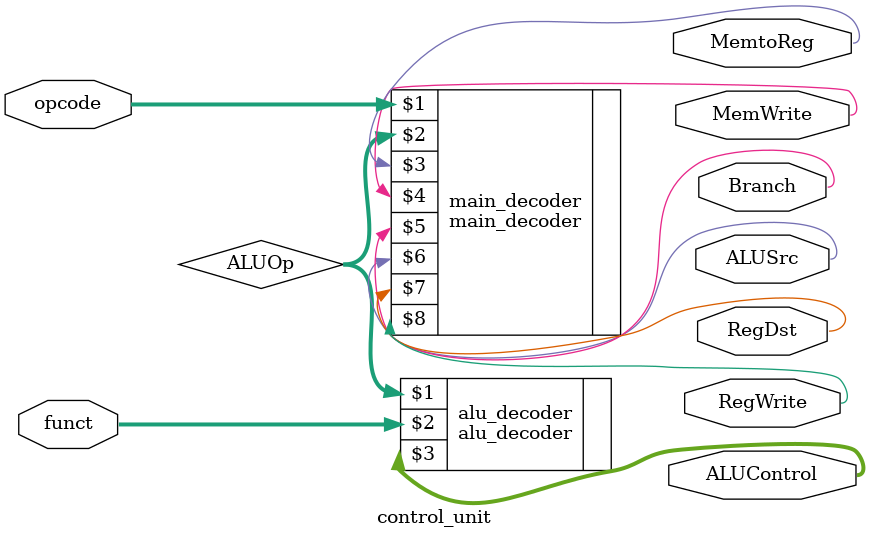
<source format=v>
module control_unit (
	input [5:0] opcode,
	input [5:0] funct,
	output MemtoReg, MemWrite, Branch, ALUSrc, RegDst, RegWrite,
	output[2:0] ALUControl
);
wire [1:0] 	ALUOp;
main_decoder main_decoder(opcode, ALUOp, MemtoReg, MemWrite, Branch, ALUSrc, RegDst, RegWrite);
alu_decoder	alu_decoder(ALUOp, funct, ALUControl);
endmodule

</source>
